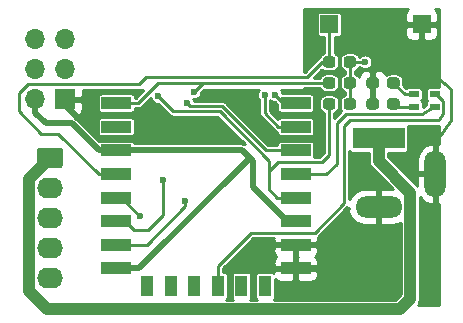
<source format=gbr>
G04 #@! TF.GenerationSoftware,KiCad,Pcbnew,5.1.9-73d0e3b20d~88~ubuntu20.04.1*
G04 #@! TF.CreationDate,2021-03-27T21:05:45+01:00*
G04 #@! TF.ProjectId,RGB_strip,5247425f-7374-4726-9970-2e6b69636164,rev?*
G04 #@! TF.SameCoordinates,Original*
G04 #@! TF.FileFunction,Copper,L1,Top*
G04 #@! TF.FilePolarity,Positive*
%FSLAX46Y46*%
G04 Gerber Fmt 4.6, Leading zero omitted, Abs format (unit mm)*
G04 Created by KiCad (PCBNEW 5.1.9-73d0e3b20d~88~ubuntu20.04.1) date 2021-03-27 21:05:45*
%MOMM*%
%LPD*%
G01*
G04 APERTURE LIST*
G04 #@! TA.AperFunction,SMDPad,CuDef*
%ADD10R,0.850000X0.550000*%
G04 #@! TD*
G04 #@! TA.AperFunction,ComponentPad*
%ADD11O,1.700000X1.700000*%
G04 #@! TD*
G04 #@! TA.AperFunction,ComponentPad*
%ADD12R,1.700000X1.700000*%
G04 #@! TD*
G04 #@! TA.AperFunction,ComponentPad*
%ADD13O,1.800000X4.000000*%
G04 #@! TD*
G04 #@! TA.AperFunction,ComponentPad*
%ADD14O,4.000000X1.800000*%
G04 #@! TD*
G04 #@! TA.AperFunction,ComponentPad*
%ADD15R,4.400000X1.800000*%
G04 #@! TD*
G04 #@! TA.AperFunction,ComponentPad*
%ADD16O,2.200000X1.740000*%
G04 #@! TD*
G04 #@! TA.AperFunction,SMDPad,CuDef*
%ADD17R,1.500000X1.500000*%
G04 #@! TD*
G04 #@! TA.AperFunction,SMDPad,CuDef*
%ADD18R,2.500000X1.000000*%
G04 #@! TD*
G04 #@! TA.AperFunction,SMDPad,CuDef*
%ADD19R,1.000000X1.800000*%
G04 #@! TD*
G04 #@! TA.AperFunction,ViaPad*
%ADD20C,0.600000*%
G04 #@! TD*
G04 #@! TA.AperFunction,Conductor*
%ADD21C,0.250000*%
G04 #@! TD*
G04 #@! TA.AperFunction,Conductor*
%ADD22C,0.500000*%
G04 #@! TD*
G04 #@! TA.AperFunction,Conductor*
%ADD23C,1.000000*%
G04 #@! TD*
G04 #@! TA.AperFunction,Conductor*
%ADD24C,0.254000*%
G04 #@! TD*
G04 #@! TA.AperFunction,Conductor*
%ADD25C,0.100000*%
G04 #@! TD*
G04 APERTURE END LIST*
D10*
X137359000Y-92782000D03*
X139109000Y-92782000D03*
X137359000Y-93832000D03*
X139109000Y-93832000D03*
D11*
X105283000Y-88138000D03*
X107823000Y-88138000D03*
X105283000Y-90678000D03*
X107823000Y-90678000D03*
X105283000Y-93218000D03*
D12*
X107823000Y-93218000D03*
D13*
X139166000Y-99520000D03*
D14*
X134366000Y-102320000D03*
D15*
X134366000Y-96520000D03*
G04 #@! TA.AperFunction,ComponentPad*
G36*
G01*
X105702999Y-97301000D02*
X107403001Y-97301000D01*
G75*
G02*
X107653000Y-97550999I0J-249999D01*
G01*
X107653000Y-98791001D01*
G75*
G02*
X107403001Y-99041000I-249999J0D01*
G01*
X105702999Y-99041000D01*
G75*
G02*
X105453000Y-98791001I0J249999D01*
G01*
X105453000Y-97550999D01*
G75*
G02*
X105702999Y-97301000I249999J0D01*
G01*
G37*
G04 #@! TD.AperFunction*
D16*
X106553000Y-100711000D03*
X106553000Y-103251000D03*
X106553000Y-105791000D03*
X106553000Y-108331000D03*
G04 #@! TA.AperFunction,SMDPad,CuDef*
G36*
G01*
X132464000Y-91583500D02*
X132464000Y-92058500D01*
G75*
G02*
X132226500Y-92296000I-237500J0D01*
G01*
X131651500Y-92296000D01*
G75*
G02*
X131414000Y-92058500I0J237500D01*
G01*
X131414000Y-91583500D01*
G75*
G02*
X131651500Y-91346000I237500J0D01*
G01*
X132226500Y-91346000D01*
G75*
G02*
X132464000Y-91583500I0J-237500D01*
G01*
G37*
G04 #@! TD.AperFunction*
G04 #@! TA.AperFunction,SMDPad,CuDef*
G36*
G01*
X130714000Y-91583500D02*
X130714000Y-92058500D01*
G75*
G02*
X130476500Y-92296000I-237500J0D01*
G01*
X129901500Y-92296000D01*
G75*
G02*
X129664000Y-92058500I0J237500D01*
G01*
X129664000Y-91583500D01*
G75*
G02*
X129901500Y-91346000I237500J0D01*
G01*
X130476500Y-91346000D01*
G75*
G02*
X130714000Y-91583500I0J-237500D01*
G01*
G37*
G04 #@! TD.AperFunction*
G04 #@! TA.AperFunction,SMDPad,CuDef*
G36*
G01*
X130714000Y-93361500D02*
X130714000Y-93836500D01*
G75*
G02*
X130476500Y-94074000I-237500J0D01*
G01*
X129901500Y-94074000D01*
G75*
G02*
X129664000Y-93836500I0J237500D01*
G01*
X129664000Y-93361500D01*
G75*
G02*
X129901500Y-93124000I237500J0D01*
G01*
X130476500Y-93124000D01*
G75*
G02*
X130714000Y-93361500I0J-237500D01*
G01*
G37*
G04 #@! TD.AperFunction*
G04 #@! TA.AperFunction,SMDPad,CuDef*
G36*
G01*
X132464000Y-93361500D02*
X132464000Y-93836500D01*
G75*
G02*
X132226500Y-94074000I-237500J0D01*
G01*
X131651500Y-94074000D01*
G75*
G02*
X131414000Y-93836500I0J237500D01*
G01*
X131414000Y-93361500D01*
G75*
G02*
X131651500Y-93124000I237500J0D01*
G01*
X132226500Y-93124000D01*
G75*
G02*
X132464000Y-93361500I0J-237500D01*
G01*
G37*
G04 #@! TD.AperFunction*
G04 #@! TA.AperFunction,SMDPad,CuDef*
G36*
G01*
X132464000Y-89805500D02*
X132464000Y-90280500D01*
G75*
G02*
X132226500Y-90518000I-237500J0D01*
G01*
X131651500Y-90518000D01*
G75*
G02*
X131414000Y-90280500I0J237500D01*
G01*
X131414000Y-89805500D01*
G75*
G02*
X131651500Y-89568000I237500J0D01*
G01*
X132226500Y-89568000D01*
G75*
G02*
X132464000Y-89805500I0J-237500D01*
G01*
G37*
G04 #@! TD.AperFunction*
G04 #@! TA.AperFunction,SMDPad,CuDef*
G36*
G01*
X130714000Y-89805500D02*
X130714000Y-90280500D01*
G75*
G02*
X130476500Y-90518000I-237500J0D01*
G01*
X129901500Y-90518000D01*
G75*
G02*
X129664000Y-90280500I0J237500D01*
G01*
X129664000Y-89805500D01*
G75*
G02*
X129901500Y-89568000I237500J0D01*
G01*
X130476500Y-89568000D01*
G75*
G02*
X130714000Y-89805500I0J-237500D01*
G01*
G37*
G04 #@! TD.AperFunction*
G04 #@! TA.AperFunction,SMDPad,CuDef*
G36*
G01*
X133347000Y-92058500D02*
X133347000Y-91583500D01*
G75*
G02*
X133584500Y-91346000I237500J0D01*
G01*
X134159500Y-91346000D01*
G75*
G02*
X134397000Y-91583500I0J-237500D01*
G01*
X134397000Y-92058500D01*
G75*
G02*
X134159500Y-92296000I-237500J0D01*
G01*
X133584500Y-92296000D01*
G75*
G02*
X133347000Y-92058500I0J237500D01*
G01*
G37*
G04 #@! TD.AperFunction*
G04 #@! TA.AperFunction,SMDPad,CuDef*
G36*
G01*
X135097000Y-92058500D02*
X135097000Y-91583500D01*
G75*
G02*
X135334500Y-91346000I237500J0D01*
G01*
X135909500Y-91346000D01*
G75*
G02*
X136147000Y-91583500I0J-237500D01*
G01*
X136147000Y-92058500D01*
G75*
G02*
X135909500Y-92296000I-237500J0D01*
G01*
X135334500Y-92296000D01*
G75*
G02*
X135097000Y-92058500I0J237500D01*
G01*
G37*
G04 #@! TD.AperFunction*
G04 #@! TA.AperFunction,SMDPad,CuDef*
G36*
G01*
X135097000Y-93836500D02*
X135097000Y-93361500D01*
G75*
G02*
X135334500Y-93124000I237500J0D01*
G01*
X135909500Y-93124000D01*
G75*
G02*
X136147000Y-93361500I0J-237500D01*
G01*
X136147000Y-93836500D01*
G75*
G02*
X135909500Y-94074000I-237500J0D01*
G01*
X135334500Y-94074000D01*
G75*
G02*
X135097000Y-93836500I0J237500D01*
G01*
G37*
G04 #@! TD.AperFunction*
G04 #@! TA.AperFunction,SMDPad,CuDef*
G36*
G01*
X133347000Y-93836500D02*
X133347000Y-93361500D01*
G75*
G02*
X133584500Y-93124000I237500J0D01*
G01*
X134159500Y-93124000D01*
G75*
G02*
X134397000Y-93361500I0J-237500D01*
G01*
X134397000Y-93836500D01*
G75*
G02*
X134159500Y-94074000I-237500J0D01*
G01*
X133584500Y-94074000D01*
G75*
G02*
X133347000Y-93836500I0J237500D01*
G01*
G37*
G04 #@! TD.AperFunction*
D17*
X130212000Y-86868000D03*
X138012000Y-86868000D03*
D18*
X112161000Y-93528000D03*
X112161000Y-95528000D03*
X112161000Y-97528000D03*
X112161000Y-99528000D03*
X112161000Y-101528000D03*
X112161000Y-103528000D03*
X112161000Y-105528000D03*
X112161000Y-107528000D03*
D19*
X114761000Y-109028000D03*
X116761000Y-109028000D03*
X118761000Y-109028000D03*
X120761000Y-109028000D03*
X122761000Y-109028000D03*
X124761000Y-109028000D03*
D18*
X127361000Y-107528000D03*
X127361000Y-105528000D03*
X127361000Y-103528000D03*
X127361000Y-101528000D03*
X127361000Y-99528000D03*
X127361000Y-97528000D03*
X127361000Y-95528000D03*
X127361000Y-93528000D03*
D20*
X117983000Y-96520000D03*
X133223000Y-90043000D03*
X123444000Y-98171000D03*
X115697000Y-92964000D03*
X118745000Y-92583000D03*
X124714000Y-92837000D03*
X125603000Y-92837000D03*
X118110000Y-93489000D03*
X116078000Y-100076000D03*
X117983000Y-101854000D03*
X114173000Y-103124000D03*
D21*
X133872000Y-91821000D02*
X133872000Y-93599000D01*
X136762000Y-86868000D02*
X138012000Y-86868000D01*
X133872000Y-91821000D02*
X133872000Y-89758000D01*
D22*
X129111000Y-105528000D02*
X129120000Y-105537000D01*
X127361000Y-105528000D02*
X129111000Y-105528000D01*
X129120000Y-105537000D02*
X132715000Y-105537000D01*
X132715000Y-105537000D02*
X134366000Y-103886000D01*
X130724000Y-107528000D02*
X132715000Y-105537000D01*
X127361000Y-107528000D02*
X130724000Y-107528000D01*
D21*
X134603000Y-89027000D02*
X136762000Y-86868000D01*
X133872000Y-89758000D02*
X134603000Y-89027000D01*
X136639002Y-89027000D02*
X134603000Y-89027000D01*
X140462000Y-92329000D02*
X136639002Y-89027000D01*
X139166000Y-99139000D02*
X139166000Y-96889000D01*
X140462000Y-94996000D02*
X140462000Y-92329000D01*
X139166000Y-96889000D02*
X140462000Y-94996000D01*
D22*
X134366000Y-103886000D02*
X134366000Y-102320000D01*
X107823000Y-93218000D02*
X107823000Y-93726000D01*
X107823000Y-93726000D02*
X108966000Y-94869000D01*
X108966000Y-94893002D02*
X110592998Y-96520000D01*
X108966000Y-94869000D02*
X108966000Y-94893002D01*
X110592998Y-96520000D02*
X117983000Y-96520000D01*
D21*
X131939000Y-90043000D02*
X131939000Y-91821000D01*
X131939000Y-91821000D02*
X131939000Y-93599000D01*
X133223000Y-90043000D02*
X131939000Y-90043000D01*
D22*
X123743999Y-100660999D02*
X126611000Y-103528000D01*
X126611000Y-103528000D02*
X127361000Y-103528000D01*
X123743999Y-98470999D02*
X123743999Y-100660999D01*
X123444000Y-98171000D02*
X123743999Y-98470999D01*
X122801000Y-97528000D02*
X123444000Y-98171000D01*
X112161000Y-97528000D02*
X122801000Y-97528000D01*
X114087000Y-107528000D02*
X123444000Y-98171000D01*
X112161000Y-107528000D02*
X114087000Y-107528000D01*
X108383000Y-95250000D02*
X106172000Y-95250000D01*
X105283000Y-94361000D02*
X105283000Y-93218000D01*
X112161000Y-97528000D02*
X110661000Y-97528000D01*
X106172000Y-95250000D02*
X105283000Y-94361000D01*
X110661000Y-97528000D02*
X108383000Y-95250000D01*
D21*
X138959000Y-93832000D02*
X138049000Y-94488000D01*
X139109000Y-93832000D02*
X138959000Y-93832000D01*
X138049000Y-94488000D02*
X131572000Y-94488000D01*
X131572000Y-94488000D02*
X130810000Y-95250000D01*
X130810000Y-95250000D02*
X130810000Y-98679000D01*
X129961000Y-99528000D02*
X127361000Y-99528000D01*
X130810000Y-98679000D02*
X129961000Y-99528000D01*
X135855000Y-93832000D02*
X135622000Y-93599000D01*
X137359000Y-93832000D02*
X135855000Y-93832000D01*
X136583000Y-92782000D02*
X135622000Y-91821000D01*
X137359000Y-92782000D02*
X136583000Y-92782000D01*
D23*
X106553000Y-98171000D02*
X104752990Y-99971010D01*
X137066010Y-101120010D02*
X134366000Y-98420000D01*
X104752990Y-109451990D02*
X106299000Y-110998000D01*
X104752990Y-99971010D02*
X104752990Y-109451990D01*
X106299000Y-110998000D02*
X136144000Y-110998000D01*
X134366000Y-98420000D02*
X134366000Y-96520000D01*
X136144000Y-110998000D02*
X137066010Y-110075990D01*
X137066010Y-110075990D02*
X137066010Y-101120010D01*
D22*
X127361000Y-101528000D02*
X128111000Y-101528000D01*
D21*
X130189000Y-94174000D02*
X130175000Y-94188000D01*
X130189000Y-93599000D02*
X130189000Y-94174000D01*
X130175000Y-94188000D02*
X130175000Y-97917000D01*
X130175000Y-97917000D02*
X129540000Y-98552000D01*
X129540000Y-98552000D02*
X125857000Y-98552000D01*
X125857000Y-98552000D02*
X125095000Y-99314000D01*
X125095000Y-99314000D02*
X125095000Y-100838000D01*
X125785000Y-101528000D02*
X127361000Y-101528000D01*
X125095000Y-100838000D02*
X125785000Y-101528000D01*
X120907599Y-94239009D02*
X116972009Y-94239009D01*
X125095000Y-99314000D02*
X125095000Y-98426410D01*
X125095000Y-98426410D02*
X120907599Y-94239009D01*
X116972009Y-94239009D02*
X115697000Y-92964000D01*
X113990000Y-93528000D02*
X112161000Y-93528000D01*
X115697000Y-91821000D02*
X113990000Y-93528000D01*
X119044999Y-92283001D02*
X119507000Y-91821000D01*
X118745000Y-92583000D02*
X119044999Y-92283001D01*
X130189000Y-91821000D02*
X119507000Y-91821000D01*
X119507000Y-91821000D02*
X115697000Y-91821000D01*
X125861000Y-95528000D02*
X124714000Y-94381000D01*
X127361000Y-95528000D02*
X125861000Y-95528000D01*
X124714000Y-94381000D02*
X124714000Y-92837000D01*
X127361000Y-93528000D02*
X126294000Y-93528000D01*
X126294000Y-93528000D02*
X125603000Y-92837000D01*
X118409999Y-93788999D02*
X121093999Y-93788999D01*
X118110000Y-93489000D02*
X118409999Y-93788999D01*
X124833000Y-97528000D02*
X127361000Y-97528000D01*
X121093999Y-93788999D02*
X124833000Y-97528000D01*
X112911000Y-103528000D02*
X112161000Y-103528000D01*
X113661000Y-104278000D02*
X112911000Y-103528000D01*
X114808000Y-104267000D02*
X113661000Y-104278000D01*
X116078000Y-100076000D02*
X116078000Y-102997000D01*
X116078000Y-102997000D02*
X114808000Y-104267000D01*
X113661000Y-105528000D02*
X112161000Y-105528000D01*
X114733264Y-105528000D02*
X113661000Y-105528000D01*
X117983000Y-102278264D02*
X114733264Y-105528000D01*
X117983000Y-101854000D02*
X117983000Y-102278264D01*
X112577000Y-101528000D02*
X112161000Y-101528000D01*
X114173000Y-103124000D02*
X112577000Y-101528000D01*
D22*
X130212000Y-90020000D02*
X130189000Y-90043000D01*
D21*
X111411000Y-99528000D02*
X112161000Y-99528000D01*
X130189000Y-86891000D02*
X130212000Y-86868000D01*
X130189000Y-90043000D02*
X130189000Y-86891000D01*
X129564000Y-90043000D02*
X130189000Y-90043000D01*
X104648000Y-91948000D02*
X114046000Y-91948000D01*
X114681000Y-91313000D02*
X128294000Y-91313000D01*
X110661000Y-99528000D02*
X107272000Y-96139000D01*
X128294000Y-91313000D02*
X129564000Y-90043000D01*
X114046000Y-91948000D02*
X114681000Y-91313000D01*
X107272000Y-96139000D02*
X105791000Y-96139000D01*
X112161000Y-99528000D02*
X110661000Y-99528000D01*
X105791000Y-96139000D02*
X103886000Y-94234000D01*
X103886000Y-94234000D02*
X103886000Y-92710000D01*
X103886000Y-92710000D02*
X104648000Y-91948000D01*
X123571000Y-104521000D02*
X120761000Y-107331000D01*
X128951575Y-104521000D02*
X123571000Y-104521000D01*
X120761000Y-107331000D02*
X120761000Y-109028000D01*
X131445000Y-101981000D02*
X128951575Y-104521000D01*
X139259000Y-92782000D02*
X139859001Y-93382001D01*
X131445000Y-95504000D02*
X131445000Y-101981000D01*
X139109000Y-92782000D02*
X139259000Y-92782000D01*
X139859001Y-93382001D02*
X139859001Y-94367001D01*
X139859001Y-94367001D02*
X139446000Y-94996000D01*
X139446000Y-94996000D02*
X131953000Y-94996000D01*
X131953000Y-94996000D02*
X131445000Y-95504000D01*
D24*
X139446000Y-95449842D02*
X139446000Y-96971971D01*
X139293000Y-97049622D01*
X139293000Y-99393000D01*
X139313000Y-99393000D01*
X139313000Y-99647000D01*
X139293000Y-99647000D01*
X139293000Y-101990378D01*
X139446000Y-102068029D01*
X139446000Y-110617450D01*
X137686367Y-110623690D01*
X137756962Y-110537670D01*
X137803721Y-110450190D01*
X137833755Y-110394000D01*
X137881044Y-110238110D01*
X137893010Y-110116614D01*
X137893010Y-110116605D01*
X137897010Y-110075991D01*
X137893010Y-110035377D01*
X137893010Y-101474275D01*
X137960252Y-101578396D01*
X138170394Y-101795210D01*
X138418796Y-101966862D01*
X138695913Y-102086755D01*
X138801260Y-102111036D01*
X139039000Y-101990378D01*
X139039000Y-99647000D01*
X137631000Y-99647000D01*
X137631000Y-100513843D01*
X137622063Y-100506509D01*
X135408554Y-98293000D01*
X137631000Y-98293000D01*
X137631000Y-99393000D01*
X139039000Y-99393000D01*
X139039000Y-97049622D01*
X138801260Y-96928964D01*
X138695913Y-96953245D01*
X138418796Y-97073138D01*
X138170394Y-97244790D01*
X137960252Y-97461604D01*
X137796446Y-97715249D01*
X137685271Y-97995977D01*
X137631000Y-98293000D01*
X135408554Y-98293000D01*
X135193000Y-98077447D01*
X135193000Y-97748582D01*
X136566000Y-97748582D01*
X136630103Y-97742268D01*
X136691743Y-97723570D01*
X136748550Y-97693206D01*
X136798343Y-97652343D01*
X136839206Y-97602550D01*
X136869570Y-97545743D01*
X136888268Y-97484103D01*
X136894582Y-97420000D01*
X136894582Y-95620000D01*
X136888268Y-95555897D01*
X136869570Y-95494257D01*
X136844845Y-95448000D01*
X139425621Y-95448000D01*
X139446000Y-95449842D01*
G04 #@! TA.AperFunction,Conductor*
D25*
G36*
X139446000Y-95449842D02*
G01*
X139446000Y-96971971D01*
X139293000Y-97049622D01*
X139293000Y-99393000D01*
X139313000Y-99393000D01*
X139313000Y-99647000D01*
X139293000Y-99647000D01*
X139293000Y-101990378D01*
X139446000Y-102068029D01*
X139446000Y-110617450D01*
X137686367Y-110623690D01*
X137756962Y-110537670D01*
X137803721Y-110450190D01*
X137833755Y-110394000D01*
X137881044Y-110238110D01*
X137893010Y-110116614D01*
X137893010Y-110116605D01*
X137897010Y-110075991D01*
X137893010Y-110035377D01*
X137893010Y-101474275D01*
X137960252Y-101578396D01*
X138170394Y-101795210D01*
X138418796Y-101966862D01*
X138695913Y-102086755D01*
X138801260Y-102111036D01*
X139039000Y-101990378D01*
X139039000Y-99647000D01*
X137631000Y-99647000D01*
X137631000Y-100513843D01*
X137622063Y-100506509D01*
X135408554Y-98293000D01*
X137631000Y-98293000D01*
X137631000Y-99393000D01*
X139039000Y-99393000D01*
X139039000Y-97049622D01*
X138801260Y-96928964D01*
X138695913Y-96953245D01*
X138418796Y-97073138D01*
X138170394Y-97244790D01*
X137960252Y-97461604D01*
X137796446Y-97715249D01*
X137685271Y-97995977D01*
X137631000Y-98293000D01*
X135408554Y-98293000D01*
X135193000Y-98077447D01*
X135193000Y-97748582D01*
X136566000Y-97748582D01*
X136630103Y-97742268D01*
X136691743Y-97723570D01*
X136748550Y-97693206D01*
X136798343Y-97652343D01*
X136839206Y-97602550D01*
X136869570Y-97545743D01*
X136888268Y-97484103D01*
X136894582Y-97420000D01*
X136894582Y-95620000D01*
X136888268Y-95555897D01*
X136869570Y-95494257D01*
X136844845Y-95448000D01*
X139425621Y-95448000D01*
X139446000Y-95449842D01*
G37*
G04 #@! TD.AperFunction*
D24*
X131933657Y-97652343D02*
X131983450Y-97693206D01*
X132040257Y-97723570D01*
X132101897Y-97742268D01*
X132166000Y-97748582D01*
X133539000Y-97748582D01*
X133539000Y-98379386D01*
X133535000Y-98420000D01*
X133539000Y-98460614D01*
X133539000Y-98460623D01*
X133550966Y-98582119D01*
X133598255Y-98738009D01*
X133614076Y-98767607D01*
X133675048Y-98881679D01*
X133715799Y-98931334D01*
X133778394Y-99007606D01*
X133809952Y-99033505D01*
X135561446Y-100785000D01*
X134493000Y-100785000D01*
X134493000Y-102193000D01*
X134513000Y-102193000D01*
X134513000Y-102447000D01*
X134493000Y-102447000D01*
X134493000Y-103855000D01*
X135593000Y-103855000D01*
X135890023Y-103800729D01*
X136170751Y-103689554D01*
X136239011Y-103645471D01*
X136239010Y-109733436D01*
X135801447Y-110171000D01*
X125480357Y-110171000D01*
X125493343Y-110160343D01*
X125534206Y-110110550D01*
X125564570Y-110053743D01*
X125583268Y-109992103D01*
X125589582Y-109928000D01*
X125589582Y-108393606D01*
X125659815Y-108479185D01*
X125756506Y-108558537D01*
X125866820Y-108617502D01*
X125986518Y-108653812D01*
X126111000Y-108666072D01*
X127075250Y-108663000D01*
X127234000Y-108504250D01*
X127234000Y-107655000D01*
X127488000Y-107655000D01*
X127488000Y-108504250D01*
X127646750Y-108663000D01*
X128611000Y-108666072D01*
X128735482Y-108653812D01*
X128855180Y-108617502D01*
X128965494Y-108558537D01*
X129062185Y-108479185D01*
X129141537Y-108382494D01*
X129200502Y-108272180D01*
X129236812Y-108152482D01*
X129249072Y-108028000D01*
X129246000Y-107813750D01*
X129087250Y-107655000D01*
X127488000Y-107655000D01*
X127234000Y-107655000D01*
X125634750Y-107655000D01*
X125476000Y-107813750D01*
X125475041Y-107880637D01*
X125443550Y-107854794D01*
X125386743Y-107824430D01*
X125325103Y-107805732D01*
X125261000Y-107799418D01*
X124261000Y-107799418D01*
X124196897Y-107805732D01*
X124135257Y-107824430D01*
X124078450Y-107854794D01*
X124028657Y-107895657D01*
X123987794Y-107945450D01*
X123957430Y-108002257D01*
X123938732Y-108063897D01*
X123932418Y-108128000D01*
X123932418Y-109928000D01*
X123938732Y-109992103D01*
X123957430Y-110053743D01*
X123987794Y-110110550D01*
X124028657Y-110160343D01*
X124041643Y-110171000D01*
X123480357Y-110171000D01*
X123493343Y-110160343D01*
X123534206Y-110110550D01*
X123564570Y-110053743D01*
X123583268Y-109992103D01*
X123589582Y-109928000D01*
X123589582Y-108128000D01*
X123583268Y-108063897D01*
X123564570Y-108002257D01*
X123534206Y-107945450D01*
X123493343Y-107895657D01*
X123443550Y-107854794D01*
X123386743Y-107824430D01*
X123325103Y-107805732D01*
X123261000Y-107799418D01*
X122261000Y-107799418D01*
X122196897Y-107805732D01*
X122135257Y-107824430D01*
X122078450Y-107854794D01*
X122028657Y-107895657D01*
X121987794Y-107945450D01*
X121957430Y-108002257D01*
X121938732Y-108063897D01*
X121932418Y-108128000D01*
X121932418Y-109928000D01*
X121938732Y-109992103D01*
X121957430Y-110053743D01*
X121987794Y-110110550D01*
X122028657Y-110160343D01*
X122041643Y-110171000D01*
X121480357Y-110171000D01*
X121493343Y-110160343D01*
X121534206Y-110110550D01*
X121564570Y-110053743D01*
X121583268Y-109992103D01*
X121589582Y-109928000D01*
X121589582Y-108128000D01*
X121583268Y-108063897D01*
X121564570Y-108002257D01*
X121534206Y-107945450D01*
X121493343Y-107895657D01*
X121443550Y-107854794D01*
X121386743Y-107824430D01*
X121325103Y-107805732D01*
X121261000Y-107799418D01*
X121213000Y-107799418D01*
X121213000Y-107518223D01*
X122703224Y-106028000D01*
X125472928Y-106028000D01*
X125485188Y-106152482D01*
X125521498Y-106272180D01*
X125580463Y-106382494D01*
X125659815Y-106479185D01*
X125719296Y-106528000D01*
X125659815Y-106576815D01*
X125580463Y-106673506D01*
X125521498Y-106783820D01*
X125485188Y-106903518D01*
X125472928Y-107028000D01*
X125476000Y-107242250D01*
X125634750Y-107401000D01*
X127234000Y-107401000D01*
X127234000Y-106551750D01*
X127210250Y-106528000D01*
X127234000Y-106504250D01*
X127234000Y-105655000D01*
X127488000Y-105655000D01*
X127488000Y-106504250D01*
X127511750Y-106528000D01*
X127488000Y-106551750D01*
X127488000Y-107401000D01*
X129087250Y-107401000D01*
X129246000Y-107242250D01*
X129249072Y-107028000D01*
X129236812Y-106903518D01*
X129200502Y-106783820D01*
X129141537Y-106673506D01*
X129062185Y-106576815D01*
X129002704Y-106528000D01*
X129062185Y-106479185D01*
X129141537Y-106382494D01*
X129200502Y-106272180D01*
X129236812Y-106152482D01*
X129249072Y-106028000D01*
X129246000Y-105813750D01*
X129087250Y-105655000D01*
X127488000Y-105655000D01*
X127234000Y-105655000D01*
X125634750Y-105655000D01*
X125476000Y-105813750D01*
X125472928Y-106028000D01*
X122703224Y-106028000D01*
X123758225Y-104973000D01*
X125478345Y-104973000D01*
X125472928Y-105028000D01*
X125476000Y-105242250D01*
X125634750Y-105401000D01*
X127234000Y-105401000D01*
X127234000Y-105381000D01*
X127488000Y-105381000D01*
X127488000Y-105401000D01*
X129087250Y-105401000D01*
X129246000Y-105242250D01*
X129249072Y-105028000D01*
X129236812Y-104903518D01*
X129229110Y-104878128D01*
X129239857Y-104869141D01*
X129272734Y-104842159D01*
X129288225Y-104823283D01*
X131731000Y-102334881D01*
X131731000Y-102447002D01*
X131895621Y-102447002D01*
X131774964Y-102684740D01*
X131799245Y-102790087D01*
X131919138Y-103067204D01*
X132090790Y-103315606D01*
X132307604Y-103525748D01*
X132561249Y-103689554D01*
X132841977Y-103800729D01*
X133139000Y-103855000D01*
X134239000Y-103855000D01*
X134239000Y-102447000D01*
X134219000Y-102447000D01*
X134219000Y-102193000D01*
X134239000Y-102193000D01*
X134239000Y-100785000D01*
X133139000Y-100785000D01*
X132841977Y-100839271D01*
X132561249Y-100950446D01*
X132307604Y-101114252D01*
X132090790Y-101324394D01*
X131919138Y-101572796D01*
X131897000Y-101623965D01*
X131897000Y-97607675D01*
X131933657Y-97652343D01*
G04 #@! TA.AperFunction,Conductor*
D25*
G36*
X131933657Y-97652343D02*
G01*
X131983450Y-97693206D01*
X132040257Y-97723570D01*
X132101897Y-97742268D01*
X132166000Y-97748582D01*
X133539000Y-97748582D01*
X133539000Y-98379386D01*
X133535000Y-98420000D01*
X133539000Y-98460614D01*
X133539000Y-98460623D01*
X133550966Y-98582119D01*
X133598255Y-98738009D01*
X133614076Y-98767607D01*
X133675048Y-98881679D01*
X133715799Y-98931334D01*
X133778394Y-99007606D01*
X133809952Y-99033505D01*
X135561446Y-100785000D01*
X134493000Y-100785000D01*
X134493000Y-102193000D01*
X134513000Y-102193000D01*
X134513000Y-102447000D01*
X134493000Y-102447000D01*
X134493000Y-103855000D01*
X135593000Y-103855000D01*
X135890023Y-103800729D01*
X136170751Y-103689554D01*
X136239011Y-103645471D01*
X136239010Y-109733436D01*
X135801447Y-110171000D01*
X125480357Y-110171000D01*
X125493343Y-110160343D01*
X125534206Y-110110550D01*
X125564570Y-110053743D01*
X125583268Y-109992103D01*
X125589582Y-109928000D01*
X125589582Y-108393606D01*
X125659815Y-108479185D01*
X125756506Y-108558537D01*
X125866820Y-108617502D01*
X125986518Y-108653812D01*
X126111000Y-108666072D01*
X127075250Y-108663000D01*
X127234000Y-108504250D01*
X127234000Y-107655000D01*
X127488000Y-107655000D01*
X127488000Y-108504250D01*
X127646750Y-108663000D01*
X128611000Y-108666072D01*
X128735482Y-108653812D01*
X128855180Y-108617502D01*
X128965494Y-108558537D01*
X129062185Y-108479185D01*
X129141537Y-108382494D01*
X129200502Y-108272180D01*
X129236812Y-108152482D01*
X129249072Y-108028000D01*
X129246000Y-107813750D01*
X129087250Y-107655000D01*
X127488000Y-107655000D01*
X127234000Y-107655000D01*
X125634750Y-107655000D01*
X125476000Y-107813750D01*
X125475041Y-107880637D01*
X125443550Y-107854794D01*
X125386743Y-107824430D01*
X125325103Y-107805732D01*
X125261000Y-107799418D01*
X124261000Y-107799418D01*
X124196897Y-107805732D01*
X124135257Y-107824430D01*
X124078450Y-107854794D01*
X124028657Y-107895657D01*
X123987794Y-107945450D01*
X123957430Y-108002257D01*
X123938732Y-108063897D01*
X123932418Y-108128000D01*
X123932418Y-109928000D01*
X123938732Y-109992103D01*
X123957430Y-110053743D01*
X123987794Y-110110550D01*
X124028657Y-110160343D01*
X124041643Y-110171000D01*
X123480357Y-110171000D01*
X123493343Y-110160343D01*
X123534206Y-110110550D01*
X123564570Y-110053743D01*
X123583268Y-109992103D01*
X123589582Y-109928000D01*
X123589582Y-108128000D01*
X123583268Y-108063897D01*
X123564570Y-108002257D01*
X123534206Y-107945450D01*
X123493343Y-107895657D01*
X123443550Y-107854794D01*
X123386743Y-107824430D01*
X123325103Y-107805732D01*
X123261000Y-107799418D01*
X122261000Y-107799418D01*
X122196897Y-107805732D01*
X122135257Y-107824430D01*
X122078450Y-107854794D01*
X122028657Y-107895657D01*
X121987794Y-107945450D01*
X121957430Y-108002257D01*
X121938732Y-108063897D01*
X121932418Y-108128000D01*
X121932418Y-109928000D01*
X121938732Y-109992103D01*
X121957430Y-110053743D01*
X121987794Y-110110550D01*
X122028657Y-110160343D01*
X122041643Y-110171000D01*
X121480357Y-110171000D01*
X121493343Y-110160343D01*
X121534206Y-110110550D01*
X121564570Y-110053743D01*
X121583268Y-109992103D01*
X121589582Y-109928000D01*
X121589582Y-108128000D01*
X121583268Y-108063897D01*
X121564570Y-108002257D01*
X121534206Y-107945450D01*
X121493343Y-107895657D01*
X121443550Y-107854794D01*
X121386743Y-107824430D01*
X121325103Y-107805732D01*
X121261000Y-107799418D01*
X121213000Y-107799418D01*
X121213000Y-107518223D01*
X122703224Y-106028000D01*
X125472928Y-106028000D01*
X125485188Y-106152482D01*
X125521498Y-106272180D01*
X125580463Y-106382494D01*
X125659815Y-106479185D01*
X125719296Y-106528000D01*
X125659815Y-106576815D01*
X125580463Y-106673506D01*
X125521498Y-106783820D01*
X125485188Y-106903518D01*
X125472928Y-107028000D01*
X125476000Y-107242250D01*
X125634750Y-107401000D01*
X127234000Y-107401000D01*
X127234000Y-106551750D01*
X127210250Y-106528000D01*
X127234000Y-106504250D01*
X127234000Y-105655000D01*
X127488000Y-105655000D01*
X127488000Y-106504250D01*
X127511750Y-106528000D01*
X127488000Y-106551750D01*
X127488000Y-107401000D01*
X129087250Y-107401000D01*
X129246000Y-107242250D01*
X129249072Y-107028000D01*
X129236812Y-106903518D01*
X129200502Y-106783820D01*
X129141537Y-106673506D01*
X129062185Y-106576815D01*
X129002704Y-106528000D01*
X129062185Y-106479185D01*
X129141537Y-106382494D01*
X129200502Y-106272180D01*
X129236812Y-106152482D01*
X129249072Y-106028000D01*
X129246000Y-105813750D01*
X129087250Y-105655000D01*
X127488000Y-105655000D01*
X127234000Y-105655000D01*
X125634750Y-105655000D01*
X125476000Y-105813750D01*
X125472928Y-106028000D01*
X122703224Y-106028000D01*
X123758225Y-104973000D01*
X125478345Y-104973000D01*
X125472928Y-105028000D01*
X125476000Y-105242250D01*
X125634750Y-105401000D01*
X127234000Y-105401000D01*
X127234000Y-105381000D01*
X127488000Y-105381000D01*
X127488000Y-105401000D01*
X129087250Y-105401000D01*
X129246000Y-105242250D01*
X129249072Y-105028000D01*
X129236812Y-104903518D01*
X129229110Y-104878128D01*
X129239857Y-104869141D01*
X129272734Y-104842159D01*
X129288225Y-104823283D01*
X131731000Y-102334881D01*
X131731000Y-102447002D01*
X131895621Y-102447002D01*
X131774964Y-102684740D01*
X131799245Y-102790087D01*
X131919138Y-103067204D01*
X132090790Y-103315606D01*
X132307604Y-103525748D01*
X132561249Y-103689554D01*
X132841977Y-103800729D01*
X133139000Y-103855000D01*
X134239000Y-103855000D01*
X134239000Y-102447000D01*
X134219000Y-102447000D01*
X134219000Y-102193000D01*
X134239000Y-102193000D01*
X134239000Y-100785000D01*
X133139000Y-100785000D01*
X132841977Y-100839271D01*
X132561249Y-100950446D01*
X132307604Y-101114252D01*
X132090790Y-101324394D01*
X131919138Y-101572796D01*
X131897000Y-101623965D01*
X131897000Y-97607675D01*
X131933657Y-97652343D01*
G37*
G04 #@! TD.AperFunction*
D24*
X136810815Y-85666815D02*
X136731463Y-85763506D01*
X136672498Y-85873820D01*
X136636188Y-85993518D01*
X136623928Y-86118000D01*
X136627000Y-86582250D01*
X136785750Y-86741000D01*
X137885000Y-86741000D01*
X137885000Y-86721000D01*
X138139000Y-86721000D01*
X138139000Y-86741000D01*
X139238250Y-86741000D01*
X139397000Y-86582250D01*
X139400072Y-86118000D01*
X139387812Y-85993518D01*
X139351502Y-85873820D01*
X139292537Y-85763506D01*
X139213185Y-85666815D01*
X139129333Y-85598000D01*
X139446000Y-85598000D01*
X139446000Y-92178418D01*
X138684000Y-92178418D01*
X138619897Y-92184732D01*
X138558257Y-92203430D01*
X138501450Y-92233794D01*
X138451657Y-92274657D01*
X138410794Y-92324450D01*
X138380430Y-92381257D01*
X138361732Y-92442897D01*
X138355418Y-92507000D01*
X138355418Y-93057000D01*
X138361732Y-93121103D01*
X138380430Y-93182743D01*
X138410794Y-93239550D01*
X138451657Y-93289343D01*
X138473173Y-93307000D01*
X138451657Y-93324657D01*
X138410794Y-93374450D01*
X138380430Y-93431257D01*
X138361732Y-93492897D01*
X138355418Y-93557000D01*
X138355418Y-93709908D01*
X138112582Y-93884964D01*
X138112582Y-93557000D01*
X138106268Y-93492897D01*
X138087570Y-93431257D01*
X138057206Y-93374450D01*
X138016343Y-93324657D01*
X137994827Y-93307000D01*
X138016343Y-93289343D01*
X138057206Y-93239550D01*
X138087570Y-93182743D01*
X138106268Y-93121103D01*
X138112582Y-93057000D01*
X138112582Y-92507000D01*
X138106268Y-92442897D01*
X138087570Y-92381257D01*
X138057206Y-92324450D01*
X138016343Y-92274657D01*
X137966550Y-92233794D01*
X137909743Y-92203430D01*
X137848103Y-92184732D01*
X137784000Y-92178418D01*
X136934000Y-92178418D01*
X136869897Y-92184732D01*
X136808257Y-92203430D01*
X136751450Y-92233794D01*
X136708921Y-92268696D01*
X136475582Y-92035358D01*
X136475582Y-91583500D01*
X136464705Y-91473063D01*
X136432492Y-91366870D01*
X136380180Y-91269002D01*
X136309780Y-91183220D01*
X136223998Y-91112820D01*
X136126130Y-91060508D01*
X136019937Y-91028295D01*
X135909500Y-91017418D01*
X135334500Y-91017418D01*
X135224063Y-91028295D01*
X135117870Y-91060508D01*
X135020002Y-91112820D01*
X134995851Y-91132640D01*
X134986502Y-91101820D01*
X134927537Y-90991506D01*
X134848185Y-90894815D01*
X134751494Y-90815463D01*
X134641180Y-90756498D01*
X134521482Y-90720188D01*
X134397000Y-90707928D01*
X134157750Y-90711000D01*
X133999000Y-90869750D01*
X133999000Y-91694000D01*
X134019000Y-91694000D01*
X134019000Y-91948000D01*
X133999000Y-91948000D01*
X133999000Y-93472000D01*
X134019000Y-93472000D01*
X134019000Y-93726000D01*
X133999000Y-93726000D01*
X133999000Y-93746000D01*
X133745000Y-93746000D01*
X133745000Y-93726000D01*
X133725000Y-93726000D01*
X133725000Y-93472000D01*
X133745000Y-93472000D01*
X133745000Y-91948000D01*
X133725000Y-91948000D01*
X133725000Y-91694000D01*
X133745000Y-91694000D01*
X133745000Y-90869750D01*
X133586250Y-90711000D01*
X133347000Y-90707928D01*
X133222518Y-90720188D01*
X133102820Y-90756498D01*
X132992506Y-90815463D01*
X132895815Y-90894815D01*
X132816463Y-90991506D01*
X132757498Y-91101820D01*
X132721188Y-91221518D01*
X132713504Y-91299541D01*
X132697180Y-91269002D01*
X132626780Y-91183220D01*
X132540998Y-91112820D01*
X132443130Y-91060508D01*
X132391000Y-91044695D01*
X132391000Y-90819305D01*
X132443130Y-90803492D01*
X132540998Y-90751180D01*
X132626780Y-90680780D01*
X132697180Y-90594998D01*
X132749492Y-90497130D01*
X132750138Y-90495000D01*
X132788288Y-90495000D01*
X132823311Y-90530023D01*
X132926004Y-90598640D01*
X133040111Y-90645905D01*
X133161246Y-90670000D01*
X133284754Y-90670000D01*
X133405889Y-90645905D01*
X133519996Y-90598640D01*
X133622689Y-90530023D01*
X133710023Y-90442689D01*
X133778640Y-90339996D01*
X133825905Y-90225889D01*
X133850000Y-90104754D01*
X133850000Y-89981246D01*
X133825905Y-89860111D01*
X133778640Y-89746004D01*
X133710023Y-89643311D01*
X133622689Y-89555977D01*
X133519996Y-89487360D01*
X133405889Y-89440095D01*
X133284754Y-89416000D01*
X133161246Y-89416000D01*
X133040111Y-89440095D01*
X132926004Y-89487360D01*
X132823311Y-89555977D01*
X132788288Y-89591000D01*
X132750138Y-89591000D01*
X132749492Y-89588870D01*
X132697180Y-89491002D01*
X132626780Y-89405220D01*
X132540998Y-89334820D01*
X132443130Y-89282508D01*
X132336937Y-89250295D01*
X132226500Y-89239418D01*
X131651500Y-89239418D01*
X131541063Y-89250295D01*
X131434870Y-89282508D01*
X131337002Y-89334820D01*
X131251220Y-89405220D01*
X131180820Y-89491002D01*
X131128508Y-89588870D01*
X131096295Y-89695063D01*
X131085418Y-89805500D01*
X131085418Y-90280500D01*
X131096295Y-90390937D01*
X131128508Y-90497130D01*
X131180820Y-90594998D01*
X131251220Y-90680780D01*
X131337002Y-90751180D01*
X131434870Y-90803492D01*
X131487000Y-90819305D01*
X131487001Y-91044695D01*
X131434870Y-91060508D01*
X131337002Y-91112820D01*
X131251220Y-91183220D01*
X131180820Y-91269002D01*
X131128508Y-91366870D01*
X131096295Y-91473063D01*
X131085418Y-91583500D01*
X131085418Y-92058500D01*
X131096295Y-92168937D01*
X131128508Y-92275130D01*
X131180820Y-92372998D01*
X131251220Y-92458780D01*
X131337002Y-92529180D01*
X131434870Y-92581492D01*
X131487000Y-92597305D01*
X131487001Y-92822695D01*
X131434870Y-92838508D01*
X131337002Y-92890820D01*
X131251220Y-92961220D01*
X131180820Y-93047002D01*
X131128508Y-93144870D01*
X131096295Y-93251063D01*
X131085418Y-93361500D01*
X131085418Y-93836500D01*
X131096295Y-93946937D01*
X131128508Y-94053130D01*
X131180820Y-94150998D01*
X131220918Y-94199858D01*
X130627000Y-94793777D01*
X130627000Y-94379552D01*
X130693130Y-94359492D01*
X130790998Y-94307180D01*
X130876780Y-94236780D01*
X130947180Y-94150998D01*
X130999492Y-94053130D01*
X131031705Y-93946937D01*
X131042582Y-93836500D01*
X131042582Y-93361500D01*
X131031705Y-93251063D01*
X130999492Y-93144870D01*
X130947180Y-93047002D01*
X130876780Y-92961220D01*
X130790998Y-92890820D01*
X130693130Y-92838508D01*
X130586937Y-92806295D01*
X130476500Y-92795418D01*
X129901500Y-92795418D01*
X129791063Y-92806295D01*
X129684870Y-92838508D01*
X129587002Y-92890820D01*
X129501220Y-92961220D01*
X129430820Y-93047002D01*
X129378508Y-93144870D01*
X129346295Y-93251063D01*
X129335418Y-93361500D01*
X129335418Y-93836500D01*
X129346295Y-93946937D01*
X129378508Y-94053130D01*
X129430820Y-94150998D01*
X129501220Y-94236780D01*
X129587002Y-94307180D01*
X129684870Y-94359492D01*
X129723000Y-94371059D01*
X129723001Y-97729775D01*
X129352777Y-98100000D01*
X128930873Y-98100000D01*
X128933268Y-98092103D01*
X128939582Y-98028000D01*
X128939582Y-97028000D01*
X128933268Y-96963897D01*
X128914570Y-96902257D01*
X128884206Y-96845450D01*
X128843343Y-96795657D01*
X128793550Y-96754794D01*
X128736743Y-96724430D01*
X128675103Y-96705732D01*
X128611000Y-96699418D01*
X126111000Y-96699418D01*
X126046897Y-96705732D01*
X125985257Y-96724430D01*
X125928450Y-96754794D01*
X125878657Y-96795657D01*
X125837794Y-96845450D01*
X125807430Y-96902257D01*
X125788732Y-96963897D01*
X125782418Y-97028000D01*
X125782418Y-97076000D01*
X125020224Y-97076000D01*
X121429322Y-93485099D01*
X121415158Y-93467840D01*
X121346332Y-93411356D01*
X121267809Y-93369385D01*
X121182606Y-93343539D01*
X121116204Y-93336999D01*
X121093999Y-93334812D01*
X121071794Y-93336999D01*
X118719049Y-93336999D01*
X118712905Y-93306111D01*
X118672183Y-93207799D01*
X118683246Y-93210000D01*
X118806754Y-93210000D01*
X118927889Y-93185905D01*
X119041996Y-93138640D01*
X119144689Y-93070023D01*
X119232023Y-92982689D01*
X119300640Y-92879996D01*
X119347905Y-92765889D01*
X119372000Y-92644754D01*
X119372000Y-92595223D01*
X119380312Y-92586911D01*
X119511224Y-92456000D01*
X124214489Y-92456000D01*
X124158360Y-92540004D01*
X124111095Y-92654111D01*
X124087000Y-92775246D01*
X124087000Y-92898754D01*
X124111095Y-93019889D01*
X124158360Y-93133996D01*
X124226977Y-93236689D01*
X124262001Y-93271713D01*
X124262000Y-94358795D01*
X124259813Y-94381000D01*
X124268540Y-94469607D01*
X124284832Y-94523313D01*
X124294386Y-94554809D01*
X124336357Y-94633332D01*
X124392841Y-94702159D01*
X124410100Y-94716323D01*
X125525681Y-95831905D01*
X125539841Y-95849159D01*
X125608667Y-95905643D01*
X125642289Y-95923614D01*
X125687190Y-95947614D01*
X125772392Y-95973460D01*
X125782418Y-95974447D01*
X125782418Y-96028000D01*
X125788732Y-96092103D01*
X125807430Y-96153743D01*
X125837794Y-96210550D01*
X125878657Y-96260343D01*
X125928450Y-96301206D01*
X125985257Y-96331570D01*
X126046897Y-96350268D01*
X126111000Y-96356582D01*
X128611000Y-96356582D01*
X128675103Y-96350268D01*
X128736743Y-96331570D01*
X128793550Y-96301206D01*
X128843343Y-96260343D01*
X128884206Y-96210550D01*
X128914570Y-96153743D01*
X128933268Y-96092103D01*
X128939582Y-96028000D01*
X128939582Y-95028000D01*
X128933268Y-94963897D01*
X128914570Y-94902257D01*
X128884206Y-94845450D01*
X128843343Y-94795657D01*
X128793550Y-94754794D01*
X128736743Y-94724430D01*
X128675103Y-94705732D01*
X128611000Y-94699418D01*
X126111000Y-94699418D01*
X126046897Y-94705732D01*
X125985257Y-94724430D01*
X125928450Y-94754794D01*
X125878657Y-94795657D01*
X125837794Y-94845450D01*
X125830786Y-94858562D01*
X125166000Y-94193777D01*
X125166000Y-93286712D01*
X125203311Y-93324023D01*
X125306004Y-93392640D01*
X125420111Y-93439905D01*
X125541246Y-93464000D01*
X125590777Y-93464000D01*
X125782418Y-93655642D01*
X125782418Y-94028000D01*
X125788732Y-94092103D01*
X125807430Y-94153743D01*
X125837794Y-94210550D01*
X125878657Y-94260343D01*
X125928450Y-94301206D01*
X125985257Y-94331570D01*
X126046897Y-94350268D01*
X126111000Y-94356582D01*
X128611000Y-94356582D01*
X128675103Y-94350268D01*
X128736743Y-94331570D01*
X128793550Y-94301206D01*
X128843343Y-94260343D01*
X128884206Y-94210550D01*
X128914570Y-94153743D01*
X128933268Y-94092103D01*
X128939582Y-94028000D01*
X128939582Y-93028000D01*
X128933268Y-92963897D01*
X128914570Y-92902257D01*
X128884206Y-92845450D01*
X128843343Y-92795657D01*
X128793550Y-92754794D01*
X128736743Y-92724430D01*
X128675103Y-92705732D01*
X128611000Y-92699418D01*
X126214917Y-92699418D01*
X126205905Y-92654111D01*
X126158640Y-92540004D01*
X126102511Y-92456000D01*
X127889000Y-92456000D01*
X127913776Y-92453560D01*
X127937601Y-92446333D01*
X127959557Y-92434597D01*
X127978803Y-92418803D01*
X127994597Y-92399557D01*
X128006333Y-92377601D01*
X128013560Y-92353776D01*
X128016000Y-92329000D01*
X128016000Y-92273000D01*
X129377862Y-92273000D01*
X129378508Y-92275130D01*
X129430820Y-92372998D01*
X129501220Y-92458780D01*
X129587002Y-92529180D01*
X129684870Y-92581492D01*
X129791063Y-92613705D01*
X129901500Y-92624582D01*
X130476500Y-92624582D01*
X130586937Y-92613705D01*
X130693130Y-92581492D01*
X130790998Y-92529180D01*
X130876780Y-92458780D01*
X130947180Y-92372998D01*
X130999492Y-92275130D01*
X131031705Y-92168937D01*
X131042582Y-92058500D01*
X131042582Y-91583500D01*
X131031705Y-91473063D01*
X130999492Y-91366870D01*
X130947180Y-91269002D01*
X130876780Y-91183220D01*
X130790998Y-91112820D01*
X130693130Y-91060508D01*
X130586937Y-91028295D01*
X130476500Y-91017418D01*
X129901500Y-91017418D01*
X129791063Y-91028295D01*
X129684870Y-91060508D01*
X129587002Y-91112820D01*
X129501220Y-91183220D01*
X129430820Y-91269002D01*
X129378508Y-91366870D01*
X129377862Y-91369000D01*
X128877223Y-91369000D01*
X129536495Y-90709730D01*
X129587002Y-90751180D01*
X129684870Y-90803492D01*
X129791063Y-90835705D01*
X129901500Y-90846582D01*
X130476500Y-90846582D01*
X130586937Y-90835705D01*
X130693130Y-90803492D01*
X130790998Y-90751180D01*
X130876780Y-90680780D01*
X130947180Y-90594998D01*
X130999492Y-90497130D01*
X131031705Y-90390937D01*
X131042582Y-90280500D01*
X131042582Y-89805500D01*
X131031705Y-89695063D01*
X130999492Y-89588870D01*
X130947180Y-89491002D01*
X130876780Y-89405220D01*
X130790998Y-89334820D01*
X130693130Y-89282508D01*
X130641000Y-89266695D01*
X130641000Y-87946582D01*
X130962000Y-87946582D01*
X131026103Y-87940268D01*
X131087743Y-87921570D01*
X131144550Y-87891206D01*
X131194343Y-87850343D01*
X131235206Y-87800550D01*
X131265570Y-87743743D01*
X131284268Y-87682103D01*
X131290582Y-87618000D01*
X136623928Y-87618000D01*
X136636188Y-87742482D01*
X136672498Y-87862180D01*
X136731463Y-87972494D01*
X136810815Y-88069185D01*
X136907506Y-88148537D01*
X137017820Y-88207502D01*
X137137518Y-88243812D01*
X137262000Y-88256072D01*
X137726250Y-88253000D01*
X137885000Y-88094250D01*
X137885000Y-86995000D01*
X138139000Y-86995000D01*
X138139000Y-88094250D01*
X138297750Y-88253000D01*
X138762000Y-88256072D01*
X138886482Y-88243812D01*
X139006180Y-88207502D01*
X139116494Y-88148537D01*
X139213185Y-88069185D01*
X139292537Y-87972494D01*
X139351502Y-87862180D01*
X139387812Y-87742482D01*
X139400072Y-87618000D01*
X139397000Y-87153750D01*
X139238250Y-86995000D01*
X138139000Y-86995000D01*
X137885000Y-86995000D01*
X136785750Y-86995000D01*
X136627000Y-87153750D01*
X136623928Y-87618000D01*
X131290582Y-87618000D01*
X131290582Y-86118000D01*
X131284268Y-86053897D01*
X131265570Y-85992257D01*
X131235206Y-85935450D01*
X131194343Y-85885657D01*
X131144550Y-85844794D01*
X131087743Y-85814430D01*
X131026103Y-85795732D01*
X130962000Y-85789418D01*
X129462000Y-85789418D01*
X129397897Y-85795732D01*
X129336257Y-85814430D01*
X129279450Y-85844794D01*
X129229657Y-85885657D01*
X129188794Y-85935450D01*
X129158430Y-85992257D01*
X129139732Y-86053897D01*
X129133418Y-86118000D01*
X129133418Y-87618000D01*
X129139732Y-87682103D01*
X129158430Y-87743743D01*
X129188794Y-87800550D01*
X129229657Y-87850343D01*
X129279450Y-87891206D01*
X129336257Y-87921570D01*
X129397897Y-87940268D01*
X129462000Y-87946582D01*
X129737001Y-87946582D01*
X129737000Y-89266695D01*
X129684870Y-89282508D01*
X129587002Y-89334820D01*
X129501220Y-89405220D01*
X129430820Y-89491002D01*
X129378508Y-89588870D01*
X129363751Y-89637518D01*
X129311667Y-89665357D01*
X129242841Y-89721841D01*
X129228685Y-89739090D01*
X128106777Y-90861000D01*
X128016000Y-90861000D01*
X128016000Y-85598000D01*
X136894667Y-85598000D01*
X136810815Y-85666815D01*
G04 #@! TA.AperFunction,Conductor*
D25*
G36*
X136810815Y-85666815D02*
G01*
X136731463Y-85763506D01*
X136672498Y-85873820D01*
X136636188Y-85993518D01*
X136623928Y-86118000D01*
X136627000Y-86582250D01*
X136785750Y-86741000D01*
X137885000Y-86741000D01*
X137885000Y-86721000D01*
X138139000Y-86721000D01*
X138139000Y-86741000D01*
X139238250Y-86741000D01*
X139397000Y-86582250D01*
X139400072Y-86118000D01*
X139387812Y-85993518D01*
X139351502Y-85873820D01*
X139292537Y-85763506D01*
X139213185Y-85666815D01*
X139129333Y-85598000D01*
X139446000Y-85598000D01*
X139446000Y-92178418D01*
X138684000Y-92178418D01*
X138619897Y-92184732D01*
X138558257Y-92203430D01*
X138501450Y-92233794D01*
X138451657Y-92274657D01*
X138410794Y-92324450D01*
X138380430Y-92381257D01*
X138361732Y-92442897D01*
X138355418Y-92507000D01*
X138355418Y-93057000D01*
X138361732Y-93121103D01*
X138380430Y-93182743D01*
X138410794Y-93239550D01*
X138451657Y-93289343D01*
X138473173Y-93307000D01*
X138451657Y-93324657D01*
X138410794Y-93374450D01*
X138380430Y-93431257D01*
X138361732Y-93492897D01*
X138355418Y-93557000D01*
X138355418Y-93709908D01*
X138112582Y-93884964D01*
X138112582Y-93557000D01*
X138106268Y-93492897D01*
X138087570Y-93431257D01*
X138057206Y-93374450D01*
X138016343Y-93324657D01*
X137994827Y-93307000D01*
X138016343Y-93289343D01*
X138057206Y-93239550D01*
X138087570Y-93182743D01*
X138106268Y-93121103D01*
X138112582Y-93057000D01*
X138112582Y-92507000D01*
X138106268Y-92442897D01*
X138087570Y-92381257D01*
X138057206Y-92324450D01*
X138016343Y-92274657D01*
X137966550Y-92233794D01*
X137909743Y-92203430D01*
X137848103Y-92184732D01*
X137784000Y-92178418D01*
X136934000Y-92178418D01*
X136869897Y-92184732D01*
X136808257Y-92203430D01*
X136751450Y-92233794D01*
X136708921Y-92268696D01*
X136475582Y-92035358D01*
X136475582Y-91583500D01*
X136464705Y-91473063D01*
X136432492Y-91366870D01*
X136380180Y-91269002D01*
X136309780Y-91183220D01*
X136223998Y-91112820D01*
X136126130Y-91060508D01*
X136019937Y-91028295D01*
X135909500Y-91017418D01*
X135334500Y-91017418D01*
X135224063Y-91028295D01*
X135117870Y-91060508D01*
X135020002Y-91112820D01*
X134995851Y-91132640D01*
X134986502Y-91101820D01*
X134927537Y-90991506D01*
X134848185Y-90894815D01*
X134751494Y-90815463D01*
X134641180Y-90756498D01*
X134521482Y-90720188D01*
X134397000Y-90707928D01*
X134157750Y-90711000D01*
X133999000Y-90869750D01*
X133999000Y-91694000D01*
X134019000Y-91694000D01*
X134019000Y-91948000D01*
X133999000Y-91948000D01*
X133999000Y-93472000D01*
X134019000Y-93472000D01*
X134019000Y-93726000D01*
X133999000Y-93726000D01*
X133999000Y-93746000D01*
X133745000Y-93746000D01*
X133745000Y-93726000D01*
X133725000Y-93726000D01*
X133725000Y-93472000D01*
X133745000Y-93472000D01*
X133745000Y-91948000D01*
X133725000Y-91948000D01*
X133725000Y-91694000D01*
X133745000Y-91694000D01*
X133745000Y-90869750D01*
X133586250Y-90711000D01*
X133347000Y-90707928D01*
X133222518Y-90720188D01*
X133102820Y-90756498D01*
X132992506Y-90815463D01*
X132895815Y-90894815D01*
X132816463Y-90991506D01*
X132757498Y-91101820D01*
X132721188Y-91221518D01*
X132713504Y-91299541D01*
X132697180Y-91269002D01*
X132626780Y-91183220D01*
X132540998Y-91112820D01*
X132443130Y-91060508D01*
X132391000Y-91044695D01*
X132391000Y-90819305D01*
X132443130Y-90803492D01*
X132540998Y-90751180D01*
X132626780Y-90680780D01*
X132697180Y-90594998D01*
X132749492Y-90497130D01*
X132750138Y-90495000D01*
X132788288Y-90495000D01*
X132823311Y-90530023D01*
X132926004Y-90598640D01*
X133040111Y-90645905D01*
X133161246Y-90670000D01*
X133284754Y-90670000D01*
X133405889Y-90645905D01*
X133519996Y-90598640D01*
X133622689Y-90530023D01*
X133710023Y-90442689D01*
X133778640Y-90339996D01*
X133825905Y-90225889D01*
X133850000Y-90104754D01*
X133850000Y-89981246D01*
X133825905Y-89860111D01*
X133778640Y-89746004D01*
X133710023Y-89643311D01*
X133622689Y-89555977D01*
X133519996Y-89487360D01*
X133405889Y-89440095D01*
X133284754Y-89416000D01*
X133161246Y-89416000D01*
X133040111Y-89440095D01*
X132926004Y-89487360D01*
X132823311Y-89555977D01*
X132788288Y-89591000D01*
X132750138Y-89591000D01*
X132749492Y-89588870D01*
X132697180Y-89491002D01*
X132626780Y-89405220D01*
X132540998Y-89334820D01*
X132443130Y-89282508D01*
X132336937Y-89250295D01*
X132226500Y-89239418D01*
X131651500Y-89239418D01*
X131541063Y-89250295D01*
X131434870Y-89282508D01*
X131337002Y-89334820D01*
X131251220Y-89405220D01*
X131180820Y-89491002D01*
X131128508Y-89588870D01*
X131096295Y-89695063D01*
X131085418Y-89805500D01*
X131085418Y-90280500D01*
X131096295Y-90390937D01*
X131128508Y-90497130D01*
X131180820Y-90594998D01*
X131251220Y-90680780D01*
X131337002Y-90751180D01*
X131434870Y-90803492D01*
X131487000Y-90819305D01*
X131487001Y-91044695D01*
X131434870Y-91060508D01*
X131337002Y-91112820D01*
X131251220Y-91183220D01*
X131180820Y-91269002D01*
X131128508Y-91366870D01*
X131096295Y-91473063D01*
X131085418Y-91583500D01*
X131085418Y-92058500D01*
X131096295Y-92168937D01*
X131128508Y-92275130D01*
X131180820Y-92372998D01*
X131251220Y-92458780D01*
X131337002Y-92529180D01*
X131434870Y-92581492D01*
X131487000Y-92597305D01*
X131487001Y-92822695D01*
X131434870Y-92838508D01*
X131337002Y-92890820D01*
X131251220Y-92961220D01*
X131180820Y-93047002D01*
X131128508Y-93144870D01*
X131096295Y-93251063D01*
X131085418Y-93361500D01*
X131085418Y-93836500D01*
X131096295Y-93946937D01*
X131128508Y-94053130D01*
X131180820Y-94150998D01*
X131220918Y-94199858D01*
X130627000Y-94793777D01*
X130627000Y-94379552D01*
X130693130Y-94359492D01*
X130790998Y-94307180D01*
X130876780Y-94236780D01*
X130947180Y-94150998D01*
X130999492Y-94053130D01*
X131031705Y-93946937D01*
X131042582Y-93836500D01*
X131042582Y-93361500D01*
X131031705Y-93251063D01*
X130999492Y-93144870D01*
X130947180Y-93047002D01*
X130876780Y-92961220D01*
X130790998Y-92890820D01*
X130693130Y-92838508D01*
X130586937Y-92806295D01*
X130476500Y-92795418D01*
X129901500Y-92795418D01*
X129791063Y-92806295D01*
X129684870Y-92838508D01*
X129587002Y-92890820D01*
X129501220Y-92961220D01*
X129430820Y-93047002D01*
X129378508Y-93144870D01*
X129346295Y-93251063D01*
X129335418Y-93361500D01*
X129335418Y-93836500D01*
X129346295Y-93946937D01*
X129378508Y-94053130D01*
X129430820Y-94150998D01*
X129501220Y-94236780D01*
X129587002Y-94307180D01*
X129684870Y-94359492D01*
X129723000Y-94371059D01*
X129723001Y-97729775D01*
X129352777Y-98100000D01*
X128930873Y-98100000D01*
X128933268Y-98092103D01*
X128939582Y-98028000D01*
X128939582Y-97028000D01*
X128933268Y-96963897D01*
X128914570Y-96902257D01*
X128884206Y-96845450D01*
X128843343Y-96795657D01*
X128793550Y-96754794D01*
X128736743Y-96724430D01*
X128675103Y-96705732D01*
X128611000Y-96699418D01*
X126111000Y-96699418D01*
X126046897Y-96705732D01*
X125985257Y-96724430D01*
X125928450Y-96754794D01*
X125878657Y-96795657D01*
X125837794Y-96845450D01*
X125807430Y-96902257D01*
X125788732Y-96963897D01*
X125782418Y-97028000D01*
X125782418Y-97076000D01*
X125020224Y-97076000D01*
X121429322Y-93485099D01*
X121415158Y-93467840D01*
X121346332Y-93411356D01*
X121267809Y-93369385D01*
X121182606Y-93343539D01*
X121116204Y-93336999D01*
X121093999Y-93334812D01*
X121071794Y-93336999D01*
X118719049Y-93336999D01*
X118712905Y-93306111D01*
X118672183Y-93207799D01*
X118683246Y-93210000D01*
X118806754Y-93210000D01*
X118927889Y-93185905D01*
X119041996Y-93138640D01*
X119144689Y-93070023D01*
X119232023Y-92982689D01*
X119300640Y-92879996D01*
X119347905Y-92765889D01*
X119372000Y-92644754D01*
X119372000Y-92595223D01*
X119380312Y-92586911D01*
X119511224Y-92456000D01*
X124214489Y-92456000D01*
X124158360Y-92540004D01*
X124111095Y-92654111D01*
X124087000Y-92775246D01*
X124087000Y-92898754D01*
X124111095Y-93019889D01*
X124158360Y-93133996D01*
X124226977Y-93236689D01*
X124262001Y-93271713D01*
X124262000Y-94358795D01*
X124259813Y-94381000D01*
X124268540Y-94469607D01*
X124284832Y-94523313D01*
X124294386Y-94554809D01*
X124336357Y-94633332D01*
X124392841Y-94702159D01*
X124410100Y-94716323D01*
X125525681Y-95831905D01*
X125539841Y-95849159D01*
X125608667Y-95905643D01*
X125642289Y-95923614D01*
X125687190Y-95947614D01*
X125772392Y-95973460D01*
X125782418Y-95974447D01*
X125782418Y-96028000D01*
X125788732Y-96092103D01*
X125807430Y-96153743D01*
X125837794Y-96210550D01*
X125878657Y-96260343D01*
X125928450Y-96301206D01*
X125985257Y-96331570D01*
X126046897Y-96350268D01*
X126111000Y-96356582D01*
X128611000Y-96356582D01*
X128675103Y-96350268D01*
X128736743Y-96331570D01*
X128793550Y-96301206D01*
X128843343Y-96260343D01*
X128884206Y-96210550D01*
X128914570Y-96153743D01*
X128933268Y-96092103D01*
X128939582Y-96028000D01*
X128939582Y-95028000D01*
X128933268Y-94963897D01*
X128914570Y-94902257D01*
X128884206Y-94845450D01*
X128843343Y-94795657D01*
X128793550Y-94754794D01*
X128736743Y-94724430D01*
X128675103Y-94705732D01*
X128611000Y-94699418D01*
X126111000Y-94699418D01*
X126046897Y-94705732D01*
X125985257Y-94724430D01*
X125928450Y-94754794D01*
X125878657Y-94795657D01*
X125837794Y-94845450D01*
X125830786Y-94858562D01*
X125166000Y-94193777D01*
X125166000Y-93286712D01*
X125203311Y-93324023D01*
X125306004Y-93392640D01*
X125420111Y-93439905D01*
X125541246Y-93464000D01*
X125590777Y-93464000D01*
X125782418Y-93655642D01*
X125782418Y-94028000D01*
X125788732Y-94092103D01*
X125807430Y-94153743D01*
X125837794Y-94210550D01*
X125878657Y-94260343D01*
X125928450Y-94301206D01*
X125985257Y-94331570D01*
X126046897Y-94350268D01*
X126111000Y-94356582D01*
X128611000Y-94356582D01*
X128675103Y-94350268D01*
X128736743Y-94331570D01*
X128793550Y-94301206D01*
X128843343Y-94260343D01*
X128884206Y-94210550D01*
X128914570Y-94153743D01*
X128933268Y-94092103D01*
X128939582Y-94028000D01*
X128939582Y-93028000D01*
X128933268Y-92963897D01*
X128914570Y-92902257D01*
X128884206Y-92845450D01*
X128843343Y-92795657D01*
X128793550Y-92754794D01*
X128736743Y-92724430D01*
X128675103Y-92705732D01*
X128611000Y-92699418D01*
X126214917Y-92699418D01*
X126205905Y-92654111D01*
X126158640Y-92540004D01*
X126102511Y-92456000D01*
X127889000Y-92456000D01*
X127913776Y-92453560D01*
X127937601Y-92446333D01*
X127959557Y-92434597D01*
X127978803Y-92418803D01*
X127994597Y-92399557D01*
X128006333Y-92377601D01*
X128013560Y-92353776D01*
X128016000Y-92329000D01*
X128016000Y-92273000D01*
X129377862Y-92273000D01*
X129378508Y-92275130D01*
X129430820Y-92372998D01*
X129501220Y-92458780D01*
X129587002Y-92529180D01*
X129684870Y-92581492D01*
X129791063Y-92613705D01*
X129901500Y-92624582D01*
X130476500Y-92624582D01*
X130586937Y-92613705D01*
X130693130Y-92581492D01*
X130790998Y-92529180D01*
X130876780Y-92458780D01*
X130947180Y-92372998D01*
X130999492Y-92275130D01*
X131031705Y-92168937D01*
X131042582Y-92058500D01*
X131042582Y-91583500D01*
X131031705Y-91473063D01*
X130999492Y-91366870D01*
X130947180Y-91269002D01*
X130876780Y-91183220D01*
X130790998Y-91112820D01*
X130693130Y-91060508D01*
X130586937Y-91028295D01*
X130476500Y-91017418D01*
X129901500Y-91017418D01*
X129791063Y-91028295D01*
X129684870Y-91060508D01*
X129587002Y-91112820D01*
X129501220Y-91183220D01*
X129430820Y-91269002D01*
X129378508Y-91366870D01*
X129377862Y-91369000D01*
X128877223Y-91369000D01*
X129536495Y-90709730D01*
X129587002Y-90751180D01*
X129684870Y-90803492D01*
X129791063Y-90835705D01*
X129901500Y-90846582D01*
X130476500Y-90846582D01*
X130586937Y-90835705D01*
X130693130Y-90803492D01*
X130790998Y-90751180D01*
X130876780Y-90680780D01*
X130947180Y-90594998D01*
X130999492Y-90497130D01*
X131031705Y-90390937D01*
X131042582Y-90280500D01*
X131042582Y-89805500D01*
X131031705Y-89695063D01*
X130999492Y-89588870D01*
X130947180Y-89491002D01*
X130876780Y-89405220D01*
X130790998Y-89334820D01*
X130693130Y-89282508D01*
X130641000Y-89266695D01*
X130641000Y-87946582D01*
X130962000Y-87946582D01*
X131026103Y-87940268D01*
X131087743Y-87921570D01*
X131144550Y-87891206D01*
X131194343Y-87850343D01*
X131235206Y-87800550D01*
X131265570Y-87743743D01*
X131284268Y-87682103D01*
X131290582Y-87618000D01*
X136623928Y-87618000D01*
X136636188Y-87742482D01*
X136672498Y-87862180D01*
X136731463Y-87972494D01*
X136810815Y-88069185D01*
X136907506Y-88148537D01*
X137017820Y-88207502D01*
X137137518Y-88243812D01*
X137262000Y-88256072D01*
X137726250Y-88253000D01*
X137885000Y-88094250D01*
X137885000Y-86995000D01*
X138139000Y-86995000D01*
X138139000Y-88094250D01*
X138297750Y-88253000D01*
X138762000Y-88256072D01*
X138886482Y-88243812D01*
X139006180Y-88207502D01*
X139116494Y-88148537D01*
X139213185Y-88069185D01*
X139292537Y-87972494D01*
X139351502Y-87862180D01*
X139387812Y-87742482D01*
X139400072Y-87618000D01*
X139397000Y-87153750D01*
X139238250Y-86995000D01*
X138139000Y-86995000D01*
X137885000Y-86995000D01*
X136785750Y-86995000D01*
X136627000Y-87153750D01*
X136623928Y-87618000D01*
X131290582Y-87618000D01*
X131290582Y-86118000D01*
X131284268Y-86053897D01*
X131265570Y-85992257D01*
X131235206Y-85935450D01*
X131194343Y-85885657D01*
X131144550Y-85844794D01*
X131087743Y-85814430D01*
X131026103Y-85795732D01*
X130962000Y-85789418D01*
X129462000Y-85789418D01*
X129397897Y-85795732D01*
X129336257Y-85814430D01*
X129279450Y-85844794D01*
X129229657Y-85885657D01*
X129188794Y-85935450D01*
X129158430Y-85992257D01*
X129139732Y-86053897D01*
X129133418Y-86118000D01*
X129133418Y-87618000D01*
X129139732Y-87682103D01*
X129158430Y-87743743D01*
X129188794Y-87800550D01*
X129229657Y-87850343D01*
X129279450Y-87891206D01*
X129336257Y-87921570D01*
X129397897Y-87940268D01*
X129462000Y-87946582D01*
X129737001Y-87946582D01*
X129737000Y-89266695D01*
X129684870Y-89282508D01*
X129587002Y-89334820D01*
X129501220Y-89405220D01*
X129430820Y-89491002D01*
X129378508Y-89588870D01*
X129363751Y-89637518D01*
X129311667Y-89665357D01*
X129242841Y-89721841D01*
X129228685Y-89739090D01*
X128106777Y-90861000D01*
X128016000Y-90861000D01*
X128016000Y-85598000D01*
X136894667Y-85598000D01*
X136810815Y-85666815D01*
G37*
G04 #@! TD.AperFunction*
D24*
X111543197Y-92418803D02*
X111562443Y-92434597D01*
X111584399Y-92446333D01*
X111608224Y-92453560D01*
X111633000Y-92456000D01*
X114422777Y-92456000D01*
X113802777Y-93076000D01*
X113739582Y-93076000D01*
X113739582Y-93028000D01*
X113733268Y-92963897D01*
X113714570Y-92902257D01*
X113684206Y-92845450D01*
X113643343Y-92795657D01*
X113593550Y-92754794D01*
X113536743Y-92724430D01*
X113475103Y-92705732D01*
X113411000Y-92699418D01*
X110911000Y-92699418D01*
X110846897Y-92705732D01*
X110785257Y-92724430D01*
X110728450Y-92754794D01*
X110678657Y-92795657D01*
X110637794Y-92845450D01*
X110607430Y-92902257D01*
X110588732Y-92963897D01*
X110582418Y-93028000D01*
X110582418Y-94028000D01*
X110588732Y-94092103D01*
X110607430Y-94153743D01*
X110637794Y-94210550D01*
X110678657Y-94260343D01*
X110728450Y-94301206D01*
X110785257Y-94331570D01*
X110846897Y-94350268D01*
X110911000Y-94356582D01*
X113411000Y-94356582D01*
X113475103Y-94350268D01*
X113536743Y-94331570D01*
X113593550Y-94301206D01*
X113643343Y-94260343D01*
X113684206Y-94210550D01*
X113714570Y-94153743D01*
X113733268Y-94092103D01*
X113739582Y-94028000D01*
X113739582Y-93980000D01*
X113967795Y-93980000D01*
X113990000Y-93982187D01*
X114012205Y-93980000D01*
X114078607Y-93973460D01*
X114163810Y-93947614D01*
X114242333Y-93905643D01*
X114311159Y-93849159D01*
X114325323Y-93831900D01*
X115080198Y-93077025D01*
X115094095Y-93146889D01*
X115141360Y-93260996D01*
X115209977Y-93363689D01*
X115297311Y-93451023D01*
X115400004Y-93519640D01*
X115514111Y-93566905D01*
X115635246Y-93591000D01*
X115684777Y-93591000D01*
X116636690Y-94542914D01*
X116650850Y-94560168D01*
X116719676Y-94616652D01*
X116751122Y-94633460D01*
X116798199Y-94658623D01*
X116883401Y-94684469D01*
X116972008Y-94693196D01*
X116994213Y-94691009D01*
X120720376Y-94691009D01*
X123021201Y-96991835D01*
X122957192Y-96972418D01*
X122914111Y-96959349D01*
X122859045Y-96953926D01*
X122829336Y-96951000D01*
X122829331Y-96951000D01*
X122801000Y-96948210D01*
X122772669Y-96951000D01*
X113729356Y-96951000D01*
X113714570Y-96902257D01*
X113684206Y-96845450D01*
X113643343Y-96795657D01*
X113593550Y-96754794D01*
X113536743Y-96724430D01*
X113475103Y-96705732D01*
X113411000Y-96699418D01*
X110911000Y-96699418D01*
X110846897Y-96705732D01*
X110785257Y-96724430D01*
X110728450Y-96754794D01*
X110714908Y-96765907D01*
X108977001Y-95028000D01*
X110582418Y-95028000D01*
X110582418Y-96028000D01*
X110588732Y-96092103D01*
X110607430Y-96153743D01*
X110637794Y-96210550D01*
X110678657Y-96260343D01*
X110728450Y-96301206D01*
X110785257Y-96331570D01*
X110846897Y-96350268D01*
X110911000Y-96356582D01*
X113411000Y-96356582D01*
X113475103Y-96350268D01*
X113536743Y-96331570D01*
X113593550Y-96301206D01*
X113643343Y-96260343D01*
X113684206Y-96210550D01*
X113714570Y-96153743D01*
X113733268Y-96092103D01*
X113739582Y-96028000D01*
X113739582Y-95028000D01*
X113733268Y-94963897D01*
X113714570Y-94902257D01*
X113684206Y-94845450D01*
X113643343Y-94795657D01*
X113593550Y-94754794D01*
X113536743Y-94724430D01*
X113475103Y-94705732D01*
X113411000Y-94699418D01*
X110911000Y-94699418D01*
X110846897Y-94705732D01*
X110785257Y-94724430D01*
X110728450Y-94754794D01*
X110678657Y-94795657D01*
X110637794Y-94845450D01*
X110607430Y-94902257D01*
X110588732Y-94963897D01*
X110582418Y-95028000D01*
X108977001Y-95028000D01*
X108811037Y-94862036D01*
X108792974Y-94840026D01*
X108705115Y-94767921D01*
X108604876Y-94714343D01*
X108575867Y-94705543D01*
X108673000Y-94706072D01*
X108797482Y-94693812D01*
X108917180Y-94657502D01*
X109027494Y-94598537D01*
X109124185Y-94519185D01*
X109203537Y-94422494D01*
X109262502Y-94312180D01*
X109298812Y-94192482D01*
X109311072Y-94068000D01*
X109308000Y-93503750D01*
X109149250Y-93345000D01*
X107950000Y-93345000D01*
X107950000Y-93365000D01*
X107696000Y-93365000D01*
X107696000Y-93345000D01*
X107676000Y-93345000D01*
X107676000Y-93091000D01*
X107696000Y-93091000D01*
X107696000Y-93071000D01*
X107950000Y-93071000D01*
X107950000Y-93091000D01*
X109149250Y-93091000D01*
X109308000Y-92932250D01*
X109310898Y-92400000D01*
X111527767Y-92400000D01*
X111543197Y-92418803D01*
G04 #@! TA.AperFunction,Conductor*
D25*
G36*
X111543197Y-92418803D02*
G01*
X111562443Y-92434597D01*
X111584399Y-92446333D01*
X111608224Y-92453560D01*
X111633000Y-92456000D01*
X114422777Y-92456000D01*
X113802777Y-93076000D01*
X113739582Y-93076000D01*
X113739582Y-93028000D01*
X113733268Y-92963897D01*
X113714570Y-92902257D01*
X113684206Y-92845450D01*
X113643343Y-92795657D01*
X113593550Y-92754794D01*
X113536743Y-92724430D01*
X113475103Y-92705732D01*
X113411000Y-92699418D01*
X110911000Y-92699418D01*
X110846897Y-92705732D01*
X110785257Y-92724430D01*
X110728450Y-92754794D01*
X110678657Y-92795657D01*
X110637794Y-92845450D01*
X110607430Y-92902257D01*
X110588732Y-92963897D01*
X110582418Y-93028000D01*
X110582418Y-94028000D01*
X110588732Y-94092103D01*
X110607430Y-94153743D01*
X110637794Y-94210550D01*
X110678657Y-94260343D01*
X110728450Y-94301206D01*
X110785257Y-94331570D01*
X110846897Y-94350268D01*
X110911000Y-94356582D01*
X113411000Y-94356582D01*
X113475103Y-94350268D01*
X113536743Y-94331570D01*
X113593550Y-94301206D01*
X113643343Y-94260343D01*
X113684206Y-94210550D01*
X113714570Y-94153743D01*
X113733268Y-94092103D01*
X113739582Y-94028000D01*
X113739582Y-93980000D01*
X113967795Y-93980000D01*
X113990000Y-93982187D01*
X114012205Y-93980000D01*
X114078607Y-93973460D01*
X114163810Y-93947614D01*
X114242333Y-93905643D01*
X114311159Y-93849159D01*
X114325323Y-93831900D01*
X115080198Y-93077025D01*
X115094095Y-93146889D01*
X115141360Y-93260996D01*
X115209977Y-93363689D01*
X115297311Y-93451023D01*
X115400004Y-93519640D01*
X115514111Y-93566905D01*
X115635246Y-93591000D01*
X115684777Y-93591000D01*
X116636690Y-94542914D01*
X116650850Y-94560168D01*
X116719676Y-94616652D01*
X116751122Y-94633460D01*
X116798199Y-94658623D01*
X116883401Y-94684469D01*
X116972008Y-94693196D01*
X116994213Y-94691009D01*
X120720376Y-94691009D01*
X123021201Y-96991835D01*
X122957192Y-96972418D01*
X122914111Y-96959349D01*
X122859045Y-96953926D01*
X122829336Y-96951000D01*
X122829331Y-96951000D01*
X122801000Y-96948210D01*
X122772669Y-96951000D01*
X113729356Y-96951000D01*
X113714570Y-96902257D01*
X113684206Y-96845450D01*
X113643343Y-96795657D01*
X113593550Y-96754794D01*
X113536743Y-96724430D01*
X113475103Y-96705732D01*
X113411000Y-96699418D01*
X110911000Y-96699418D01*
X110846897Y-96705732D01*
X110785257Y-96724430D01*
X110728450Y-96754794D01*
X110714908Y-96765907D01*
X108977001Y-95028000D01*
X110582418Y-95028000D01*
X110582418Y-96028000D01*
X110588732Y-96092103D01*
X110607430Y-96153743D01*
X110637794Y-96210550D01*
X110678657Y-96260343D01*
X110728450Y-96301206D01*
X110785257Y-96331570D01*
X110846897Y-96350268D01*
X110911000Y-96356582D01*
X113411000Y-96356582D01*
X113475103Y-96350268D01*
X113536743Y-96331570D01*
X113593550Y-96301206D01*
X113643343Y-96260343D01*
X113684206Y-96210550D01*
X113714570Y-96153743D01*
X113733268Y-96092103D01*
X113739582Y-96028000D01*
X113739582Y-95028000D01*
X113733268Y-94963897D01*
X113714570Y-94902257D01*
X113684206Y-94845450D01*
X113643343Y-94795657D01*
X113593550Y-94754794D01*
X113536743Y-94724430D01*
X113475103Y-94705732D01*
X113411000Y-94699418D01*
X110911000Y-94699418D01*
X110846897Y-94705732D01*
X110785257Y-94724430D01*
X110728450Y-94754794D01*
X110678657Y-94795657D01*
X110637794Y-94845450D01*
X110607430Y-94902257D01*
X110588732Y-94963897D01*
X110582418Y-95028000D01*
X108977001Y-95028000D01*
X108811037Y-94862036D01*
X108792974Y-94840026D01*
X108705115Y-94767921D01*
X108604876Y-94714343D01*
X108575867Y-94705543D01*
X108673000Y-94706072D01*
X108797482Y-94693812D01*
X108917180Y-94657502D01*
X109027494Y-94598537D01*
X109124185Y-94519185D01*
X109203537Y-94422494D01*
X109262502Y-94312180D01*
X109298812Y-94192482D01*
X109311072Y-94068000D01*
X109308000Y-93503750D01*
X109149250Y-93345000D01*
X107950000Y-93345000D01*
X107950000Y-93365000D01*
X107696000Y-93365000D01*
X107696000Y-93345000D01*
X107676000Y-93345000D01*
X107676000Y-93091000D01*
X107696000Y-93091000D01*
X107696000Y-93071000D01*
X107950000Y-93071000D01*
X107950000Y-93091000D01*
X109149250Y-93091000D01*
X109308000Y-92932250D01*
X109310898Y-92400000D01*
X111527767Y-92400000D01*
X111543197Y-92418803D01*
G37*
G04 #@! TD.AperFunction*
M02*

</source>
